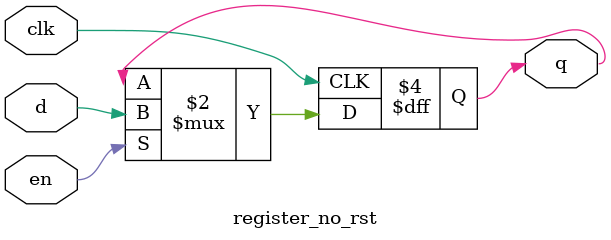
<source format=v>

`include "config.vh"

module register_no_rst
# (
    parameter w = 1
) 
(
    input                clk,
    input                en,
    input      [w - 1:0] d,
    output reg [w - 1:0] q
);

    always @ (posedge clk)
        if (en)
            q <= d;

endmodule

</source>
